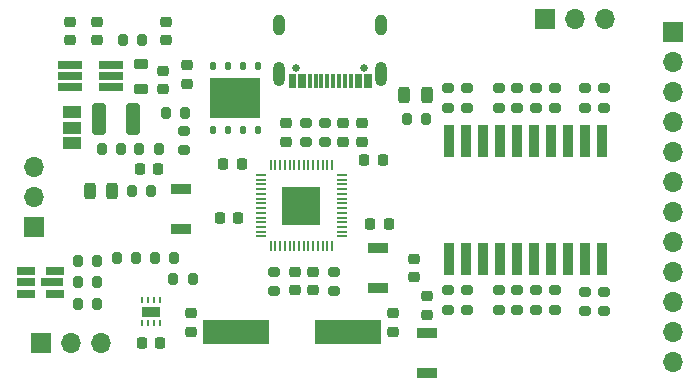
<source format=gbr>
%TF.GenerationSoftware,KiCad,Pcbnew,(7.0.0)*%
%TF.CreationDate,2023-04-19T21:09:27+03:00*%
%TF.ProjectId,Raspi Pico Board,52617370-6920-4506-9963-6f20426f6172,rev?*%
%TF.SameCoordinates,Original*%
%TF.FileFunction,Soldermask,Top*%
%TF.FilePolarity,Negative*%
%FSLAX46Y46*%
G04 Gerber Fmt 4.6, Leading zero omitted, Abs format (unit mm)*
G04 Created by KiCad (PCBNEW (7.0.0)) date 2023-04-19 21:09:27*
%MOMM*%
%LPD*%
G01*
G04 APERTURE LIST*
G04 Aperture macros list*
%AMRoundRect*
0 Rectangle with rounded corners*
0 $1 Rounding radius*
0 $2 $3 $4 $5 $6 $7 $8 $9 X,Y pos of 4 corners*
0 Add a 4 corners polygon primitive as box body*
4,1,4,$2,$3,$4,$5,$6,$7,$8,$9,$2,$3,0*
0 Add four circle primitives for the rounded corners*
1,1,$1+$1,$2,$3*
1,1,$1+$1,$4,$5*
1,1,$1+$1,$6,$7*
1,1,$1+$1,$8,$9*
0 Add four rect primitives between the rounded corners*
20,1,$1+$1,$2,$3,$4,$5,0*
20,1,$1+$1,$4,$5,$6,$7,0*
20,1,$1+$1,$6,$7,$8,$9,0*
20,1,$1+$1,$8,$9,$2,$3,0*%
G04 Aperture macros list end*
%ADD10RoundRect,0.225000X0.250000X-0.225000X0.250000X0.225000X-0.250000X0.225000X-0.250000X-0.225000X0*%
%ADD11RoundRect,0.200000X-0.275000X0.200000X-0.275000X-0.200000X0.275000X-0.200000X0.275000X0.200000X0*%
%ADD12RoundRect,0.200000X0.200000X0.275000X-0.200000X0.275000X-0.200000X-0.275000X0.200000X-0.275000X0*%
%ADD13RoundRect,0.225000X-0.225000X-0.250000X0.225000X-0.250000X0.225000X0.250000X-0.225000X0.250000X0*%
%ADD14RoundRect,0.225000X-0.250000X0.225000X-0.250000X-0.225000X0.250000X-0.225000X0.250000X0.225000X0*%
%ADD15R,0.900000X2.800000*%
%ADD16R,1.700000X1.700000*%
%ADD17O,1.700000X1.700000*%
%ADD18RoundRect,0.200000X0.275000X-0.200000X0.275000X0.200000X-0.275000X0.200000X-0.275000X-0.200000X0*%
%ADD19RoundRect,0.200000X-0.200000X-0.275000X0.200000X-0.275000X0.200000X0.275000X-0.200000X0.275000X0*%
%ADD20R,0.250000X0.500000*%
%ADD21R,1.600000X0.900000*%
%ADD22RoundRect,0.243750X0.243750X0.456250X-0.243750X0.456250X-0.243750X-0.456250X0.243750X-0.456250X0*%
%ADD23RoundRect,0.225000X0.225000X0.250000X-0.225000X0.250000X-0.225000X-0.250000X0.225000X-0.250000X0*%
%ADD24RoundRect,0.243750X-0.243750X-0.456250X0.243750X-0.456250X0.243750X0.456250X-0.243750X0.456250X0*%
%ADD25R,1.700000X0.900000*%
%ADD26O,1.000000X2.100000*%
%ADD27O,1.000000X1.800000*%
%ADD28C,0.650000*%
%ADD29R,0.300000X1.150000*%
%ADD30R,5.600000X2.100000*%
%ADD31RoundRect,0.125000X0.125000X-0.250000X0.125000X0.250000X-0.125000X0.250000X-0.125000X-0.250000X0*%
%ADD32R,4.300000X3.400000*%
%ADD33R,1.500000X1.000000*%
%ADD34R,2.000000X0.650000*%
%ADD35R,1.500000X0.650000*%
%ADD36R,1.950000X0.650000*%
%ADD37RoundRect,0.250000X0.325000X1.100000X-0.325000X1.100000X-0.325000X-1.100000X0.325000X-1.100000X0*%
%ADD38RoundRect,0.050000X-0.387500X-0.050000X0.387500X-0.050000X0.387500X0.050000X-0.387500X0.050000X0*%
%ADD39RoundRect,0.050000X-0.050000X-0.387500X0.050000X-0.387500X0.050000X0.387500X-0.050000X0.387500X0*%
%ADD40R,3.200000X3.200000*%
%ADD41RoundRect,0.218750X-0.381250X0.218750X-0.381250X-0.218750X0.381250X-0.218750X0.381250X0.218750X0*%
G04 APERTURE END LIST*
D10*
%TO.C,C1*%
X68534670Y-40275366D03*
X68534670Y-38725366D03*
%TD*%
D11*
%TO.C,R10*%
X82000000Y-47275000D03*
X82000000Y-48925000D03*
%TD*%
D12*
%TO.C,R16*%
X66025000Y-58700000D03*
X64375000Y-58700000D03*
%TD*%
D13*
%TO.C,C8*%
X85331000Y-50430000D03*
X86881000Y-50430000D03*
%TD*%
D14*
%TO.C,C9*%
X79450000Y-59925000D03*
X79450000Y-61475000D03*
%TD*%
D15*
%TO.C,U4*%
X92519999Y-48799999D03*
X93959999Y-48799999D03*
X95399999Y-48799999D03*
X96839999Y-48799999D03*
X98279999Y-48799999D03*
X99719999Y-48799999D03*
X101159999Y-48799999D03*
X102599999Y-48799999D03*
X104039999Y-48799999D03*
X105479999Y-48799999D03*
X105479999Y-58799999D03*
X104039999Y-58799999D03*
X102599999Y-58799999D03*
X101159999Y-58799999D03*
X99719999Y-58799999D03*
X98279999Y-58799999D03*
X96839999Y-58799999D03*
X95399999Y-58799999D03*
X93959999Y-58799999D03*
X92519999Y-58799999D03*
%TD*%
D16*
%TO.C,J4*%
X100619999Y-38499999D03*
D17*
X103159999Y-38499999D03*
X105699999Y-38499999D03*
%TD*%
D11*
%TO.C,R33*%
X92400000Y-61475000D03*
X92400000Y-63125000D03*
%TD*%
D18*
%TO.C,R7*%
X70104000Y-49593000D03*
X70104000Y-47943000D03*
%TD*%
D16*
%TO.C,J2*%
X57974999Y-65899999D03*
D17*
X60514999Y-65899999D03*
X63054999Y-65899999D03*
%TD*%
D14*
%TO.C,C22*%
X89550000Y-58800000D03*
X89550000Y-60350000D03*
%TD*%
D19*
%TO.C,R18*%
X69175000Y-60500000D03*
X70825000Y-60500000D03*
%TD*%
D20*
%TO.C,U5*%
X68049999Y-62324999D03*
X67549999Y-62324999D03*
X67049999Y-62324999D03*
X66549999Y-62324999D03*
X66549999Y-64224999D03*
X67049999Y-64224999D03*
X67549999Y-64224999D03*
X68049999Y-64224999D03*
D21*
X67299999Y-63274999D03*
%TD*%
D10*
%TO.C,C21*%
X87790000Y-64975000D03*
X87790000Y-63425000D03*
%TD*%
%TO.C,C15*%
X78730000Y-48875000D03*
X78730000Y-47325000D03*
%TD*%
D22*
%TO.C,D2*%
X90599500Y-44958000D03*
X88724500Y-44958000D03*
%TD*%
D23*
%TO.C,C12*%
X74943000Y-50800000D03*
X73393000Y-50800000D03*
%TD*%
D18*
%TO.C,R24*%
X101500000Y-63125000D03*
X101500000Y-61475000D03*
%TD*%
D10*
%TO.C,C3*%
X60427034Y-40283404D03*
X60427034Y-38733404D03*
%TD*%
D12*
%TO.C,FB1*%
X66532054Y-40275520D03*
X64882054Y-40275520D03*
%TD*%
D19*
%TO.C,R14*%
X61075000Y-60800000D03*
X62725000Y-60800000D03*
%TD*%
D24*
%TO.C,D1*%
X62133000Y-53086000D03*
X64008000Y-53086000D03*
%TD*%
D11*
%TO.C,R11*%
X82800000Y-59875000D03*
X82800000Y-61525000D03*
%TD*%
D16*
%TO.C,J3*%
X111499999Y-39624999D03*
D17*
X111499999Y-42164999D03*
X111499999Y-44704999D03*
X111499999Y-47244999D03*
X111499999Y-49784999D03*
X111499999Y-52324999D03*
X111499999Y-54864999D03*
X111499999Y-57404999D03*
X111499999Y-59944999D03*
X111499999Y-62484999D03*
X111499999Y-65024999D03*
X111499999Y-67564999D03*
%TD*%
D11*
%TO.C,R26*%
X105600000Y-44375000D03*
X105600000Y-46025000D03*
%TD*%
D18*
%TO.C,R31*%
X92400000Y-46025000D03*
X92400000Y-44375000D03*
%TD*%
%TO.C,R25*%
X99900000Y-63125000D03*
X99900000Y-61475000D03*
%TD*%
D12*
%TO.C,R3*%
X67935863Y-49523895D03*
X66285863Y-49523895D03*
%TD*%
D10*
%TO.C,C14*%
X83500000Y-48875000D03*
X83500000Y-47325000D03*
%TD*%
D25*
%TO.C,SW1*%
X86449999Y-61299999D03*
X86449999Y-57899999D03*
%TD*%
D11*
%TO.C,R9*%
X80400000Y-47275000D03*
X80400000Y-48925000D03*
%TD*%
D14*
%TO.C,C19*%
X70358000Y-42405000D03*
X70358000Y-43955000D03*
%TD*%
D11*
%TO.C,R27*%
X96700000Y-61475000D03*
X96700000Y-63125000D03*
%TD*%
D18*
%TO.C,R20*%
X105600000Y-63225000D03*
X105600000Y-61575000D03*
%TD*%
D26*
%TO.C,J1*%
X86773999Y-43171999D03*
D27*
X86773999Y-38991999D03*
D28*
X85344000Y-42672000D03*
X79564000Y-42672000D03*
D26*
X78133999Y-43171999D03*
D27*
X78133999Y-38991999D03*
D29*
X85803999Y-43746999D03*
X85003999Y-43746999D03*
X83703999Y-43746999D03*
X82703999Y-43746999D03*
X82203999Y-43746999D03*
X81203999Y-43746999D03*
X79903999Y-43746999D03*
X79103999Y-43746999D03*
X79403999Y-43746999D03*
X80203999Y-43746999D03*
X80703999Y-43746999D03*
X81703999Y-43746999D03*
X83203999Y-43746999D03*
X84203999Y-43746999D03*
X84703999Y-43746999D03*
X85503999Y-43746999D03*
%TD*%
D14*
%TO.C,C16*%
X81026000Y-59925000D03*
X81026000Y-61475000D03*
%TD*%
D25*
%TO.C,SW2*%
X69849999Y-56309999D03*
X69849999Y-52909999D03*
%TD*%
D30*
%TO.C,Y1*%
X74449999Y-64974999D03*
X83949999Y-64974999D03*
%TD*%
D10*
%TO.C,C13*%
X85130000Y-48865000D03*
X85130000Y-47315000D03*
%TD*%
D11*
%TO.C,R28*%
X98300000Y-61475000D03*
X98300000Y-63125000D03*
%TD*%
D31*
%TO.C,U2*%
X72517000Y-47912000D03*
X73787000Y-47912000D03*
X75057000Y-47912000D03*
X76327000Y-47912000D03*
X76327000Y-42512000D03*
X75057000Y-42512000D03*
X73787000Y-42512000D03*
X72517000Y-42512000D03*
D32*
X74421999Y-45211999D03*
%TD*%
D12*
%TO.C,R5*%
X67279587Y-53082905D03*
X65629587Y-53082905D03*
%TD*%
D23*
%TO.C,C11*%
X74625000Y-55300000D03*
X73075000Y-55300000D03*
%TD*%
D19*
%TO.C,R12*%
X88915500Y-46990000D03*
X90565500Y-46990000D03*
%TD*%
D18*
%TO.C,R8*%
X77700000Y-61525000D03*
X77700000Y-59875000D03*
%TD*%
D11*
%TO.C,R23*%
X99900000Y-44375000D03*
X99900000Y-46025000D03*
%TD*%
D14*
%TO.C,C23*%
X90678000Y-61963000D03*
X90678000Y-63513000D03*
%TD*%
D16*
%TO.C,J5*%
X57403999Y-56133999D03*
D17*
X57403999Y-53593999D03*
X57403999Y-51053999D03*
%TD*%
D18*
%TO.C,R29*%
X96700000Y-46025000D03*
X96700000Y-44375000D03*
%TD*%
D33*
%TO.C,JP1*%
X60568499Y-48989999D03*
X60568499Y-47689999D03*
X60568499Y-46389999D03*
%TD*%
D11*
%TO.C,R32*%
X94000000Y-61475000D03*
X94000000Y-63125000D03*
%TD*%
D10*
%TO.C,C20*%
X70670000Y-64965000D03*
X70670000Y-63415000D03*
%TD*%
D18*
%TO.C,R34*%
X98300000Y-46025000D03*
X98300000Y-44375000D03*
%TD*%
D23*
%TO.C,C24*%
X68065660Y-65950000D03*
X66515660Y-65950000D03*
%TD*%
D18*
%TO.C,R19*%
X104000000Y-63225000D03*
X104000000Y-61575000D03*
%TD*%
D11*
%TO.C,R22*%
X101500000Y-44375000D03*
X101500000Y-46025000D03*
%TD*%
D19*
%TO.C,R17*%
X67575000Y-58700000D03*
X69225000Y-58700000D03*
%TD*%
D34*
%TO.C,U3*%
X63849041Y-44246395D03*
X63849041Y-43296395D03*
X63849041Y-42346395D03*
X60429041Y-42346395D03*
X60429041Y-43296395D03*
X60429041Y-44246395D03*
%TD*%
D19*
%TO.C,R6*%
X68517000Y-46482000D03*
X70167000Y-46482000D03*
%TD*%
D13*
%TO.C,C10*%
X85839000Y-55880000D03*
X87389000Y-55880000D03*
%TD*%
D35*
%TO.C,D4*%
X56649999Y-59849999D03*
X56649999Y-60799999D03*
X56649999Y-61749999D03*
X59149999Y-61749999D03*
D36*
X58924999Y-60799999D03*
D35*
X59149999Y-59849999D03*
%TD*%
D10*
%TO.C,C5*%
X68269616Y-44444512D03*
X68269616Y-42894512D03*
%TD*%
D12*
%TO.C,R4*%
X64744000Y-49523027D03*
X63094000Y-49523027D03*
%TD*%
D19*
%TO.C,R15*%
X61075000Y-62600000D03*
X62725000Y-62600000D03*
%TD*%
D37*
%TO.C,C6*%
X65786000Y-46990000D03*
X62836000Y-46990000D03*
%TD*%
D38*
%TO.C,U1*%
X76562500Y-51700000D03*
X76562500Y-52100000D03*
X76562500Y-52500000D03*
X76562500Y-52900000D03*
X76562500Y-53300000D03*
X76562500Y-53700000D03*
X76562500Y-54100000D03*
X76562500Y-54500000D03*
X76562500Y-54900000D03*
X76562500Y-55300000D03*
X76562500Y-55700000D03*
X76562500Y-56100000D03*
X76562500Y-56500000D03*
X76562500Y-56900000D03*
D39*
X77400000Y-57737500D03*
X77800000Y-57737500D03*
X78200000Y-57737500D03*
X78600000Y-57737500D03*
X79000000Y-57737500D03*
X79400000Y-57737500D03*
X79800000Y-57737500D03*
X80200000Y-57737500D03*
X80600000Y-57737500D03*
X81000000Y-57737500D03*
X81400000Y-57737500D03*
X81800000Y-57737500D03*
X82200000Y-57737500D03*
X82600000Y-57737500D03*
D38*
X83437500Y-56900000D03*
X83437500Y-56500000D03*
X83437500Y-56100000D03*
X83437500Y-55700000D03*
X83437500Y-55300000D03*
X83437500Y-54900000D03*
X83437500Y-54500000D03*
X83437500Y-54100000D03*
X83437500Y-53700000D03*
X83437500Y-53300000D03*
X83437500Y-52900000D03*
X83437500Y-52500000D03*
X83437500Y-52100000D03*
X83437500Y-51700000D03*
D39*
X82600000Y-50862500D03*
X82200000Y-50862500D03*
X81800000Y-50862500D03*
X81400000Y-50862500D03*
X81000000Y-50862500D03*
X80600000Y-50862500D03*
X80200000Y-50862500D03*
X79800000Y-50862500D03*
X79400000Y-50862500D03*
X79000000Y-50862500D03*
X78600000Y-50862500D03*
X78200000Y-50862500D03*
X77800000Y-50862500D03*
X77400000Y-50862500D03*
D40*
X79999999Y-54299999D03*
%TD*%
D11*
%TO.C,R21*%
X104000000Y-44375000D03*
X104000000Y-46025000D03*
%TD*%
D41*
%TO.C,L1*%
X66420072Y-42310171D03*
X66420072Y-44435171D03*
%TD*%
D19*
%TO.C,R13*%
X61075000Y-59000000D03*
X62725000Y-59000000D03*
%TD*%
D18*
%TO.C,R30*%
X94000000Y-46025000D03*
X94000000Y-44375000D03*
%TD*%
D23*
%TO.C,C4*%
X67889080Y-51169997D03*
X66339080Y-51169997D03*
%TD*%
D10*
%TO.C,C2*%
X62717053Y-40280623D03*
X62717053Y-38730623D03*
%TD*%
D25*
%TO.C,SW3*%
X90677999Y-65101999D03*
X90677999Y-68501999D03*
%TD*%
M02*

</source>
